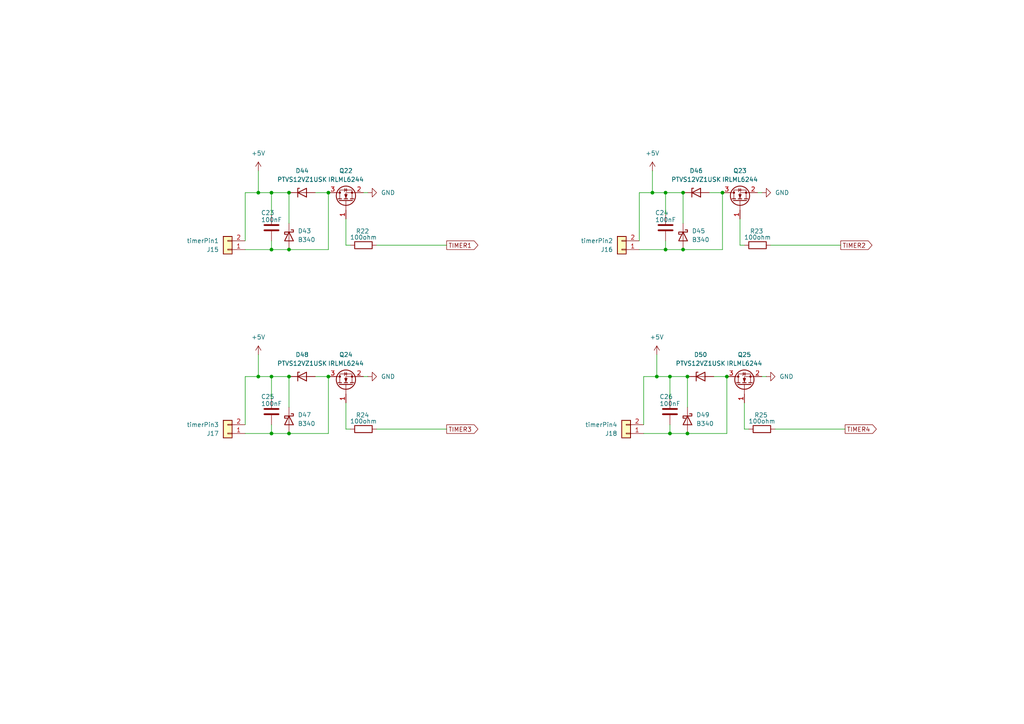
<source format=kicad_sch>
(kicad_sch (version 20231120) (generator "eeschema") (generator_version "8.0")
  (paper "A4")
  (lib_symbols
    (symbol "Connector_Generic:Conn_01x02" (pin_names (offset 1.016) hide)
      (property "Reference" "J" (at 0 2.54 0))
      (property "Value" "Conn_01x02" (at 0 -5.08 0))
      (symbol "Conn_01x02_1_1"
        (rectangle (start -1.27 -2.413) (end 0 -2.667) (stroke (width 0.1524)))
        (rectangle (start -1.27 0.127) (end 0 -0.127) (stroke (width 0.1524)))
        (rectangle (start -1.27 1.27) (end 1.27 -3.81) (stroke (width 0.254)) (fill (type background)))
        (pin passive line (at -5.08 0 0) (length 3.81) (name "Pin_1") (number "1"))
        (pin passive line (at -5.08 -2.54 0) (length 3.81) (name "Pin_2") (number "2"))
      )
    )
    (symbol "Device:C" (pin_numbers hide) (pin_names (offset 0.254))
      (property "Reference" "C" (at 0.635 2.54 0))
      (property "Value" "C" (at 0.635 -2.54 0))
      (symbol "C_0_1"
        (polyline (pts (xy -2.032 -0.762) (xy 2.032 -0.762)) (stroke (width 0.508)))
        (polyline (pts (xy -2.032 0.762) (xy 2.032 0.762)) (stroke (width 0.508)))
      )
      (symbol "C_1_1"
        (pin passive line (at 0 3.81 270) (length 2.794) (name "~") (number "1"))
        (pin passive line (at 0 -3.81 90) (length 2.794) (name "~") (number "2"))
      )
    )
    (symbol "Device:R" (pin_numbers hide) (pin_names (offset 0))
      (property "Reference" "R" (at 2.032 0 90))
      (property "Value" "R" (at 0 0 90))
      (symbol "R_0_1"
        (rectangle (start -1.016 -2.54) (end 1.016 2.54) (stroke (width 0.254)))
      )
      (symbol "R_1_1"
        (pin passive line (at 0 3.81 270) (length 1.27) (name "~") (number "1"))
        (pin passive line (at 0 -3.81 90) (length 1.27) (name "~") (number "2"))
      )
    )
    (symbol "Diode:B340" (pin_numbers hide) (pin_names (offset 1.016) hide)
      (property "Reference" "D" (at 0 2.54 0))
      (property "Value" "B340" (at 0 -2.54 0))
      (symbol "B340_0_1"
        (polyline (pts (xy 1.27 0) (xy -1.27 0)))
        (polyline (pts (xy 1.27 1.27) (xy 1.27 -1.27) (xy -1.27 0) (xy 1.27 1.27)) (stroke (width 0.254)))
        (polyline (pts (xy -1.905 0.635) (xy -1.905 1.27) (xy -1.27 1.27) (xy -1.27 -1.27) (xy -0.635 -1.27) (xy -0.635 -0.635)) (stroke (width 0.254)))
      )
      (symbol "B340_1_1"
        (pin passive line (at -3.81 0 0) (length 2.54) (name "K") (number "1"))
        (pin passive line (at 3.81 0 180) (length 2.54) (name "A") (number "2"))
      )
    )
    (symbol "Diode:PTVS12VZ1USK" (pin_numbers hide) (pin_names hide)
      (property "Reference" "D" (at 0 2.54 0))
      (property "Value" "PTVS12VZ1USK" (at 0 -2.54 0))
      (symbol "PTVS12VZ1USK_0_1"
        (polyline (pts (xy 1.27 0) (xy -1.27 0)))
        (polyline (pts (xy -1.27 -1.27) (xy -1.27 1.27) (xy -0.762 1.27)) (stroke (width 0.254)))
        (polyline (pts (xy 1.27 -1.27) (xy 1.27 1.27) (xy -1.27 0) (xy 1.27 -1.27)) (stroke (width 0.254)))
      )
      (symbol "PTVS12VZ1USK_1_1"
        (pin passive line (at -3.81 0 0) (length 2.54) (name "K") (number "1"))
        (pin passive line (at 3.81 0 180) (length 2.54) (name "A") (number "2"))
      )
    )
    (symbol "Transistor_FET:IRLML6244" (pin_names hide)
      (property "Reference" "Q" (at 5.08 1.905 0))
      (property "Value" "IRLML6244" (at 5.08 0 0))
      (symbol "IRLML6244_0_1"
        (polyline (pts (xy 0.254 0) (xy -2.54 0)))
        (polyline (pts (xy 0.254 1.905) (xy 0.254 -1.905)) (stroke (width 0.254)))
        (polyline (pts (xy 0.762 -1.27) (xy 0.762 -2.286)) (stroke (width 0.254)))
        (polyline (pts (xy 0.762 0.508) (xy 0.762 -0.508)) (stroke (width 0.254)))
        (polyline (pts (xy 0.762 2.286) (xy 0.762 1.27)) (stroke (width 0.254)))
        (polyline (pts (xy 2.54 2.54) (xy 2.54 1.778)))
        (polyline (pts (xy 2.54 -2.54) (xy 2.54 0) (xy 0.762 0)))
        (polyline (pts (xy 0.762 -1.778) (xy 3.302 -1.778) (xy 3.302 1.778) (xy 0.762 1.778)))
        (polyline (pts (xy 1.016 0) (xy 2.032 0.381) (xy 2.032 -0.381) (xy 1.016 0)) (fill (type outline)))
        (polyline (pts (xy 2.794 0.508) (xy 2.921 0.381) (xy 3.683 0.381) (xy 3.81 0.254)))
        (polyline (pts (xy 3.302 0.381) (xy 2.921 -0.254) (xy 3.683 -0.254) (xy 3.302 0.381)))
        (circle (center 1.651 0) (radius 2.794) (stroke (width 0.254)))
        (circle (center 2.54 -1.778) (radius 0.254) (fill (type outline)))
        (circle (center 2.54 1.778) (radius 0.254) (fill (type outline)))
      )
      (symbol "IRLML6244_1_1"
        (pin input line (at -5.08 0 0) (length 2.54) (name "G") (number "1"))
        (pin passive line (at 2.54 -5.08 90) (length 2.54) (name "S") (number "2"))
        (pin passive line (at 2.54 5.08 270) (length 2.54) (name "D") (number "3"))
      )
    )
    (symbol "power:+5V" (power) (pin_numbers hide) (pin_names (offset 0) hide)
      (property "Value" "+5V" (at 0 3.556 0))
      (symbol "+5V_0_1"
        (polyline (pts (xy -0.762 1.27) (xy 0 2.54)))
        (polyline (pts (xy 0 0) (xy 0 2.54)))
        (polyline (pts (xy 0 2.54) (xy 0.762 1.27)))
      )
      (symbol "+5V_1_1"
        (pin power_in line (at 0 0 90) (length 0) (name "~") (number "1"))
      )
    )
    (symbol "power:GND" (power) (pin_numbers hide) (pin_names (offset 0) hide)
      (property "Value" "GND" (at 0 -3.81 0))
      (symbol "GND_0_1"
        (polyline (pts (xy 0 0) (xy 0 -1.27) (xy 1.27 -1.27) (xy 0 -2.54) (xy -1.27 -1.27) (xy 0 -1.27)))
      )
      (symbol "GND_1_1"
        (pin power_in line (at 0 0 270) (length 0) (name "~") (number "1"))
      )
    )
  )
  (junction (at 78.74 72.39))
  (junction (at 78.74 55.88))
  (junction (at 198.12 72.39))
  (junction (at 199.39 109.22))
  (junction (at 194.31 125.73))
  (junction (at 193.04 55.88))
  (junction (at 95.25 55.88))
  (junction (at 83.82 72.39))
  (junction (at 198.12 55.88))
  (junction (at 83.82 125.73))
  (junction (at 78.74 125.73))
  (junction (at 194.31 109.22))
  (junction (at 209.55 55.88))
  (junction (at 83.82 55.88))
  (junction (at 83.82 109.22))
  (junction (at 74.93 109.22))
  (junction (at 78.74 109.22))
  (junction (at 190.5 109.22))
  (junction (at 74.93 55.88))
  (junction (at 210.82 109.22))
  (junction (at 95.25 109.22))
  (junction (at 193.04 72.39))
  (junction (at 199.39 125.73))
  (junction (at 189.23 55.88))
  (wire (pts (xy 83.82 109.22) (xy 83.82 118.11)))
  (wire (pts (xy 193.04 55.88) (xy 193.04 62.23)))
  (wire (pts (xy 190.5 109.22) (xy 194.31 109.22)))
  (wire (pts (xy 189.23 55.88) (xy 193.04 55.88)))
  (wire (pts (xy 95.25 55.88) (xy 95.25 72.39)))
  (wire (pts (xy 78.74 55.88) (xy 78.74 62.23)))
  (wire (pts (xy 194.31 109.22) (xy 199.39 109.22)))
  (wire (pts (xy 71.12 125.73) (xy 78.74 125.73)))
  (wire (pts (xy 214.63 71.12) (xy 214.63 63.5)))
  (wire (pts (xy 78.74 123.19) (xy 78.74 125.73)))
  (wire (pts (xy 74.93 49.53) (xy 74.93 55.88)))
  (wire (pts (xy 207.01 109.22) (xy 210.82 109.22)))
  (wire (pts (xy 100.33 71.12) (xy 100.33 63.5)))
  (wire (pts (xy 78.74 125.73) (xy 83.82 125.73)))
  (wire (pts (xy 205.74 55.88) (xy 209.55 55.88)))
  (wire (pts (xy 74.93 55.88) (xy 78.74 55.88)))
  (wire (pts (xy 189.23 49.53) (xy 189.23 55.88)))
  (wire (pts (xy 224.79 124.46) (xy 245.11 124.46)))
  (wire (pts (xy 106.68 55.88) (xy 105.41 55.88)))
  (wire (pts (xy 78.74 109.22) (xy 83.82 109.22)))
  (wire (pts (xy 91.44 55.88) (xy 95.25 55.88)))
  (wire (pts (xy 199.39 109.22) (xy 199.39 118.11)))
  (wire (pts (xy 194.31 123.19) (xy 194.31 125.73)))
  (wire (pts (xy 220.98 55.88) (xy 219.71 55.88)))
  (wire (pts (xy 194.31 125.73) (xy 199.39 125.73)))
  (wire (pts (xy 209.55 55.88) (xy 209.55 72.39)))
  (wire (pts (xy 78.74 55.88) (xy 83.82 55.88)))
  (wire (pts (xy 190.5 102.87) (xy 190.5 109.22)))
  (wire (pts (xy 215.9 124.46) (xy 215.9 116.84)))
  (wire (pts (xy 185.42 72.39) (xy 193.04 72.39)))
  (wire (pts (xy 101.6 124.46) (xy 100.33 124.46)))
  (wire (pts (xy 217.17 124.46) (xy 215.9 124.46)))
  (wire (pts (xy 198.12 55.88) (xy 198.12 64.77)))
  (wire (pts (xy 223.52 71.12) (xy 243.84 71.12)))
  (wire (pts (xy 215.9 71.12) (xy 214.63 71.12)))
  (wire (pts (xy 83.82 72.39) (xy 95.25 72.39)))
  (wire (pts (xy 186.69 109.22) (xy 186.69 123.19)))
  (wire (pts (xy 78.74 69.85) (xy 78.74 72.39)))
  (wire (pts (xy 185.42 55.88) (xy 189.23 55.88)))
  (wire (pts (xy 83.82 125.73) (xy 95.25 125.73)))
  (wire (pts (xy 109.22 71.12) (xy 129.54 71.12)))
  (wire (pts (xy 71.12 55.88) (xy 74.93 55.88)))
  (wire (pts (xy 91.44 109.22) (xy 95.25 109.22)))
  (wire (pts (xy 71.12 55.88) (xy 71.12 69.85)))
  (wire (pts (xy 198.12 72.39) (xy 209.55 72.39)))
  (wire (pts (xy 78.74 109.22) (xy 78.74 115.57)))
  (wire (pts (xy 78.74 72.39) (xy 83.82 72.39)))
  (wire (pts (xy 106.68 109.22) (xy 105.41 109.22)))
  (wire (pts (xy 193.04 72.39) (xy 198.12 72.39)))
  (wire (pts (xy 222.25 109.22) (xy 220.98 109.22)))
  (wire (pts (xy 95.25 109.22) (xy 95.25 125.73)))
  (wire (pts (xy 210.82 109.22) (xy 210.82 125.73)))
  (wire (pts (xy 185.42 55.88) (xy 185.42 69.85)))
  (wire (pts (xy 71.12 109.22) (xy 71.12 123.19)))
  (wire (pts (xy 71.12 72.39) (xy 78.74 72.39)))
  (wire (pts (xy 74.93 102.87) (xy 74.93 109.22)))
  (wire (pts (xy 74.93 109.22) (xy 78.74 109.22)))
  (wire (pts (xy 193.04 69.85) (xy 193.04 72.39)))
  (wire (pts (xy 109.22 124.46) (xy 129.54 124.46)))
  (wire (pts (xy 186.69 125.73) (xy 194.31 125.73)))
  (wire (pts (xy 71.12 109.22) (xy 74.93 109.22)))
  (wire (pts (xy 199.39 125.73) (xy 210.82 125.73)))
  (wire (pts (xy 101.6 71.12) (xy 100.33 71.12)))
  (wire (pts (xy 186.69 109.22) (xy 190.5 109.22)))
  (wire (pts (xy 193.04 55.88) (xy 198.12 55.88)))
  (wire (pts (xy 100.33 124.46) (xy 100.33 116.84)))
  (wire (pts (xy 83.82 55.88) (xy 83.82 64.77)))
  (wire (pts (xy 194.31 109.22) (xy 194.31 115.57)))
  (global_label "TIMER3" (shape output) (at 129.54 124.46 0) (property "Intersheetrefs" "${INTERSHEET_REFS}" (effects (hide yes))))
  (global_label "TIMER4" (shape output) (at 245.11 124.46 0) (property "Intersheetrefs" "${INTERSHEET_REFS}" (effects (hide yes))))
  (global_label "TIMER2" (shape output) (at 243.84 71.12 0) (property "Intersheetrefs" "${INTERSHEET_REFS}" (effects (hide yes))))
  (global_label "TIMER1" (shape output) (at 129.54 71.12 0) (property "Intersheetrefs" "${INTERSHEET_REFS}" (effects (hide yes))))
  (symbol (lib_id "power:GND") (at 220.98 55.88 90) (unit 1)
    (property "Reference" "#PWR025" (effects (hide yes)))
    (property "Value" "GND" (at 224.79 55.8799 90) (effects (justify right)))
    (property "Description" "Power symbol creates a global label with name \"GND\" , ground" (effects (hide yes)))
  )
  (symbol (lib_id "Connector_Generic:Conn_01x02") (at 66.04 72.39 180) (unit 1)
    (property "Reference" "J15" (at 63.5 72.3901 0) (effects (justify left)))
    (property "Value" "timerPin1" (at 63.5 69.8501 0) (effects (justify left)))
    (property "Footprint" "Connector_JST:JST_XH_S2B-XH-A_1x02_P2.50mm_Horizontal" (effects (hide yes)))
    (property "Description" "Generic connector, single row, 01x02, script generated (kicad-library-utils/schlib/autogen/connector/)" (effects (hide yes)))
  )
  (symbol (lib_id "Connector_Generic:Conn_01x02") (at 181.61 125.73 180) (unit 1)
    (property "Reference" "J18" (at 179.07 125.7301 0) (effects (justify left)))
    (property "Value" "timerPin4" (at 179.07 123.1901 0) (effects (justify left)))
    (property "Footprint" "Connector_JST:JST_XH_S2B-XH-A_1x02_P2.50mm_Horizontal" (effects (hide yes)))
    (property "Description" "Generic connector, single row, 01x02, script generated (kicad-library-utils/schlib/autogen/connector/)" (effects (hide yes)))
  )
  (symbol (lib_id "power:+5V") (at 190.5 102.87 0) (unit 1)
    (property "Reference" "#PWR053" (effects (hide yes)))
    (property "Value" "+5V" (at 190.5 97.79 0))
    (property "Description" "Power symbol creates a global label with name \"+5V\"" (effects (hide yes)))
  )
  (symbol (lib_id "Device:C") (at 78.74 66.04 0) (unit 1)
    (property "Reference" "C23" (at 75.692 61.722 0) (effects (justify left)))
    (property "Value" "100nF" (at 75.692 63.754 0) (effects (justify left)))
    (property "Footprint" "Capacitor_SMD:C_0603_1608Metric_Pad1.08x0.95mm_HandSolder" (effects (hide yes)))
    (property "Description" "Unpolarized capacitor" (effects (hide yes)))
  )
  (symbol (lib_id "Diode:PTVS12VZ1USK") (at 203.2 109.22 0) (unit 1)
    (property "Reference" "D50" (at 203.2 102.87 0))
    (property "Value" "PTVS12VZ1USK" (at 203.2 105.41 0))
    (property "Footprint" "Diode_SMD:Nexperia_DSN1608-2_1.6x0.8mm" (effects (hide yes)))
    (property "Datasheet" "https://assets.nexperia.com/documents/data-sheet/PTVS12VZ1USK.pdf" (effects (hide yes)))
    (property "Description" "12V, 1900W TVS unidirectional diode, DSN1608-2" (effects (hide yes)))
  )
  (symbol (lib_id "Device:C") (at 194.31 119.38 0) (unit 1)
    (property "Reference" "C26" (at 191.262 115.062 0) (effects (justify left)))
    (property "Value" "100nF" (at 191.262 117.094 0) (effects (justify left)))
    (property "Footprint" "Capacitor_SMD:C_0603_1608Metric_Pad1.08x0.95mm_HandSolder" (effects (hide yes)))
    (property "Description" "Unpolarized capacitor" (effects (hide yes)))
  )
  (symbol (lib_id "Diode:B340") (at 83.82 68.58 270) (unit 1)
    (property "Reference" "D43" (at 86.36 66.9924 90) (effects (justify left)))
    (property "Value" "B340" (at 86.36 69.5324 90) (effects (justify left)))
    (property "Footprint" "Diode_SMD:D_SMC" (effects (hide yes)))
    (property "Datasheet" "http://www.jameco.com/Jameco/Products/ProdDS/1538777.pdf" (effects (hide yes)))
    (property "Description" "40V 3A Schottky Barrier Rectifier Diode, SMC" (effects (hide yes)))
  )
  (symbol (lib_id "power:+5V") (at 74.93 49.53 0) (unit 1)
    (property "Reference" "#PWR022" (effects (hide yes)))
    (property "Value" "+5V" (at 74.93 44.45 0))
    (property "Description" "Power symbol creates a global label with name \"+5V\"" (effects (hide yes)))
  )
  (symbol (lib_id "Device:R") (at 105.41 124.46 270) (unit 1)
    (property "Reference" "R24" (at 105.156 120.396 90))
    (property "Value" "100ohm" (at 105.41 122.174 90))
    (property "Footprint" "Resistor_SMD:R_0603_1608Metric_Pad0.98x0.95mm_HandSolder" (effects (hide yes)))
    (property "Description" "Resistor" (effects (hide yes)))
  )
  (symbol (lib_id "Transistor_FET:IRLML6244") (at 100.33 111.76 90) (unit 1)
    (property "Reference" "Q24" (at 100.33 102.87 90))
    (property "Value" "IRLML6244" (at 100.33 105.41 90))
    (property "Footprint" "Package_TO_SOT_SMD:SOT-23" (effects (hide yes)))
    (property "Datasheet" "https://www.infineon.com/dgdl/Infineon-IRLML6244-DataSheet-v01_01-EN.pdf?fileId=5546d462533600a4015356686fed261f" (effects (hide yes)))
    (property "Description" "6.3A Id, 20V Vds, 21mOhm Rds, N-Channel StrongIRFET Power MOSFET, SOT-23" (effects (hide yes)))
  )
  (symbol (lib_id "Diode:B340") (at 198.12 68.58 270) (unit 1)
    (property "Reference" "D45" (at 200.66 66.9924 90) (effects (justify left)))
    (property "Value" "B340" (at 200.66 69.5324 90) (effects (justify left)))
    (property "Footprint" "Diode_SMD:D_SMC" (effects (hide yes)))
    (property "Datasheet" "http://www.jameco.com/Jameco/Products/ProdDS/1538777.pdf" (effects (hide yes)))
    (property "Description" "40V 3A Schottky Barrier Rectifier Diode, SMC" (effects (hide yes)))
  )
  (symbol (lib_id "power:GND") (at 222.25 109.22 90) (unit 1)
    (property "Reference" "#PWR054" (effects (hide yes)))
    (property "Value" "GND" (at 226.06 109.2199 90) (effects (justify right)))
    (property "Description" "Power symbol creates a global label with name \"GND\" , ground" (effects (hide yes)))
  )
  (symbol (lib_id "Connector_Generic:Conn_01x02") (at 180.34 72.39 180) (unit 1)
    (property "Reference" "J16" (at 177.8 72.3901 0) (effects (justify left)))
    (property "Value" "timerPin2" (at 177.8 69.8501 0) (effects (justify left)))
    (property "Footprint" "Connector_JST:JST_XH_S2B-XH-A_1x02_P2.50mm_Horizontal" (effects (hide yes)))
    (property "Description" "Generic connector, single row, 01x02, script generated (kicad-library-utils/schlib/autogen/connector/)" (effects (hide yes)))
  )
  (symbol (lib_id "Transistor_FET:IRLML6244") (at 100.33 58.42 90) (unit 1)
    (property "Reference" "Q22" (at 100.33 49.53 90))
    (property "Value" "IRLML6244" (at 100.33 52.07 90))
    (property "Footprint" "Package_TO_SOT_SMD:SOT-23" (effects (hide yes)))
    (property "Datasheet" "https://www.infineon.com/dgdl/Infineon-IRLML6244-DataSheet-v01_01-EN.pdf?fileId=5546d462533600a4015356686fed261f" (effects (hide yes)))
    (property "Description" "6.3A Id, 20V Vds, 21mOhm Rds, N-Channel StrongIRFET Power MOSFET, SOT-23" (effects (hide yes)))
  )
  (symbol (lib_id "Connector_Generic:Conn_01x02") (at 66.04 125.73 180) (unit 1)
    (property "Reference" "J17" (at 63.5 125.7301 0) (effects (justify left)))
    (property "Value" "timerPin3" (at 63.5 123.1901 0) (effects (justify left)))
    (property "Footprint" "Connector_JST:JST_XH_S2B-XH-A_1x02_P2.50mm_Horizontal" (effects (hide yes)))
    (property "Description" "Generic connector, single row, 01x02, script generated (kicad-library-utils/schlib/autogen/connector/)" (effects (hide yes)))
  )
  (symbol (lib_id "power:GND") (at 106.68 109.22 90) (unit 1)
    (property "Reference" "#PWR052" (effects (hide yes)))
    (property "Value" "GND" (at 110.49 109.2199 90) (effects (justify right)))
    (property "Description" "Power symbol creates a global label with name \"GND\" , ground" (effects (hide yes)))
  )
  (symbol (lib_id "Device:R") (at 219.71 71.12 270) (unit 1)
    (property "Reference" "R23" (at 219.456 67.056 90))
    (property "Value" "100ohm" (at 219.71 68.834 90))
    (property "Footprint" "Resistor_SMD:R_0603_1608Metric_Pad0.98x0.95mm_HandSolder" (effects (hide yes)))
    (property "Description" "Resistor" (effects (hide yes)))
  )
  (symbol (lib_id "Diode:PTVS12VZ1USK") (at 201.93 55.88 0) (unit 1)
    (property "Reference" "D46" (at 201.93 49.53 0))
    (property "Value" "PTVS12VZ1USK" (at 201.93 52.07 0))
    (property "Footprint" "Diode_SMD:Nexperia_DSN1608-2_1.6x0.8mm" (effects (hide yes)))
    (property "Datasheet" "https://assets.nexperia.com/documents/data-sheet/PTVS12VZ1USK.pdf" (effects (hide yes)))
    (property "Description" "12V, 1900W TVS unidirectional diode, DSN1608-2" (effects (hide yes)))
  )
  (symbol (lib_id "Device:C") (at 193.04 66.04 0) (unit 1)
    (property "Reference" "C24" (at 189.992 61.722 0) (effects (justify left)))
    (property "Value" "100nF" (at 189.992 63.754 0) (effects (justify left)))
    (property "Footprint" "Capacitor_SMD:C_0603_1608Metric_Pad1.08x0.95mm_HandSolder" (effects (hide yes)))
    (property "Description" "Unpolarized capacitor" (effects (hide yes)))
  )
  (symbol (lib_id "Diode:PTVS12VZ1USK") (at 87.63 109.22 0) (unit 1)
    (property "Reference" "D48" (at 87.63 102.87 0))
    (property "Value" "PTVS12VZ1USK" (at 87.63 105.41 0))
    (property "Footprint" "Diode_SMD:Nexperia_DSN1608-2_1.6x0.8mm" (effects (hide yes)))
    (property "Datasheet" "https://assets.nexperia.com/documents/data-sheet/PTVS12VZ1USK.pdf" (effects (hide yes)))
    (property "Description" "12V, 1900W TVS unidirectional diode, DSN1608-2" (effects (hide yes)))
  )
  (symbol (lib_id "Device:R") (at 220.98 124.46 270) (unit 1)
    (property "Reference" "R25" (at 220.726 120.396 90))
    (property "Value" "100ohm" (at 220.98 122.174 90))
    (property "Footprint" "Resistor_SMD:R_0603_1608Metric_Pad0.98x0.95mm_HandSolder" (effects (hide yes)))
    (property "Description" "Resistor" (effects (hide yes)))
  )
  (symbol (lib_id "power:GND") (at 106.68 55.88 90) (unit 1)
    (property "Reference" "#PWR023" (effects (hide yes)))
    (property "Value" "GND" (at 110.49 55.8799 90) (effects (justify right)))
    (property "Description" "Power symbol creates a global label with name \"GND\" , ground" (effects (hide yes)))
  )
  (symbol (lib_id "Transistor_FET:IRLML6244") (at 214.63 58.42 90) (unit 1)
    (property "Reference" "Q23" (at 214.63 49.53 90))
    (property "Value" "IRLML6244" (at 214.63 52.07 90))
    (property "Footprint" "Package_TO_SOT_SMD:SOT-23" (effects (hide yes)))
    (property "Datasheet" "https://www.infineon.com/dgdl/Infineon-IRLML6244-DataSheet-v01_01-EN.pdf?fileId=5546d462533600a4015356686fed261f" (effects (hide yes)))
    (property "Description" "6.3A Id, 20V Vds, 21mOhm Rds, N-Channel StrongIRFET Power MOSFET, SOT-23" (effects (hide yes)))
  )
  (symbol (lib_id "Diode:B340") (at 199.39 121.92 270) (unit 1)
    (property "Reference" "D49" (at 201.93 120.3324 90) (effects (justify left)))
    (property "Value" "B340" (at 201.93 122.8724 90) (effects (justify left)))
    (property "Footprint" "Diode_SMD:D_SMC" (effects (hide yes)))
    (property "Datasheet" "http://www.jameco.com/Jameco/Products/ProdDS/1538777.pdf" (effects (hide yes)))
    (property "Description" "40V 3A Schottky Barrier Rectifier Diode, SMC" (effects (hide yes)))
  )
  (symbol (lib_id "Device:R") (at 105.41 71.12 270) (unit 1)
    (property "Reference" "R22" (at 105.156 67.056 90))
    (property "Value" "100ohm" (at 105.41 68.834 90))
    (property "Footprint" "Resistor_SMD:R_0603_1608Metric_Pad0.98x0.95mm_HandSolder" (effects (hide yes)))
    (property "Description" "Resistor" (effects (hide yes)))
  )
  (symbol (lib_id "Transistor_FET:IRLML6244") (at 215.9 111.76 90) (unit 1)
    (property "Reference" "Q25" (at 215.9 102.87 90))
    (property "Value" "IRLML6244" (at 215.9 105.41 90))
    (property "Footprint" "Package_TO_SOT_SMD:SOT-23" (effects (hide yes)))
    (property "Datasheet" "https://www.infineon.com/dgdl/Infineon-IRLML6244-DataSheet-v01_01-EN.pdf?fileId=5546d462533600a4015356686fed261f" (effects (hide yes)))
    (property "Description" "6.3A Id, 20V Vds, 21mOhm Rds, N-Channel StrongIRFET Power MOSFET, SOT-23" (effects (hide yes)))
  )
  (symbol (lib_id "Diode:PTVS12VZ1USK") (at 87.63 55.88 0) (unit 1)
    (property "Reference" "D44" (at 87.63 49.53 0))
    (property "Value" "PTVS12VZ1USK" (at 87.63 52.07 0))
    (property "Footprint" "Diode_SMD:Nexperia_DSN1608-2_1.6x0.8mm" (effects (hide yes)))
    (property "Datasheet" "https://assets.nexperia.com/documents/data-sheet/PTVS12VZ1USK.pdf" (effects (hide yes)))
    (property "Description" "12V, 1900W TVS unidirectional diode, DSN1608-2" (effects (hide yes)))
  )
  (symbol (lib_id "power:+5V") (at 189.23 49.53 0) (unit 1)
    (property "Reference" "#PWR024" (effects (hide yes)))
    (property "Value" "+5V" (at 189.23 44.45 0))
    (property "Description" "Power symbol creates a global label with name \"+5V\"" (effects (hide yes)))
  )
  (symbol (lib_id "power:+5V") (at 74.93 102.87 0) (unit 1)
    (property "Reference" "#PWR051" (effects (hide yes)))
    (property "Value" "+5V" (at 74.93 97.79 0))
    (property "Description" "Power symbol creates a global label with name \"+5V\"" (effects (hide yes)))
  )
  (symbol (lib_id "Device:C") (at 78.74 119.38 0) (unit 1)
    (property "Reference" "C25" (at 75.692 115.062 0) (effects (justify left)))
    (property "Value" "100nF" (at 75.692 117.094 0) (effects (justify left)))
    (property "Footprint" "Capacitor_SMD:C_0603_1608Metric_Pad1.08x0.95mm_HandSolder" (effects (hide yes)))
    (property "Description" "Unpolarized capacitor" (effects (hide yes)))
  )
  (symbol (lib_id "Diode:B340") (at 83.82 121.92 270) (unit 1)
    (property "Reference" "D47" (at 86.36 120.3324 90) (effects (justify left)))
    (property "Value" "B340" (at 86.36 122.8724 90) (effects (justify left)))
    (property "Footprint" "Diode_SMD:D_SMC" (effects (hide yes)))
    (property "Datasheet" "http://www.jameco.com/Jameco/Products/ProdDS/1538777.pdf" (effects (hide yes)))
    (property "Description" "40V 3A Schottky Barrier Rectifier Diode, SMC" (effects (hide yes)))
  )
)
</source>
